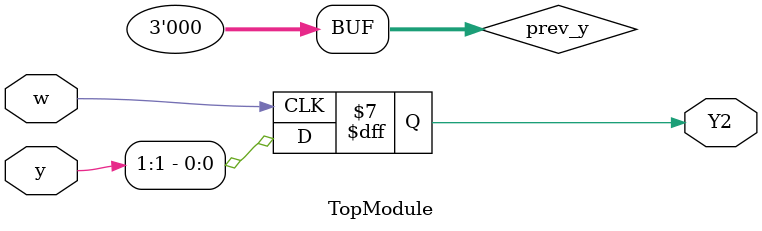
<source format=sv>

module TopModule (
  input [3:1] y, // current state
  input w,     // clock/enable signal
  output reg Y2 // next state of y[2]
);

reg [3:1] prev_y; // previous state

// Initialize the flip-flops with initial states
assign prev_y = {0, 0, 0, 0}; // assuming initial state is A (000)

// Next-state logic for y[2]
always @(posedge w) begin
    Y2 <= (y[1] & ~prev_y[3]) | (~y[1] & prev_y[3]);
end

endmodule

// VERILOG-EVAL: errant inclusion of module definition

</source>
